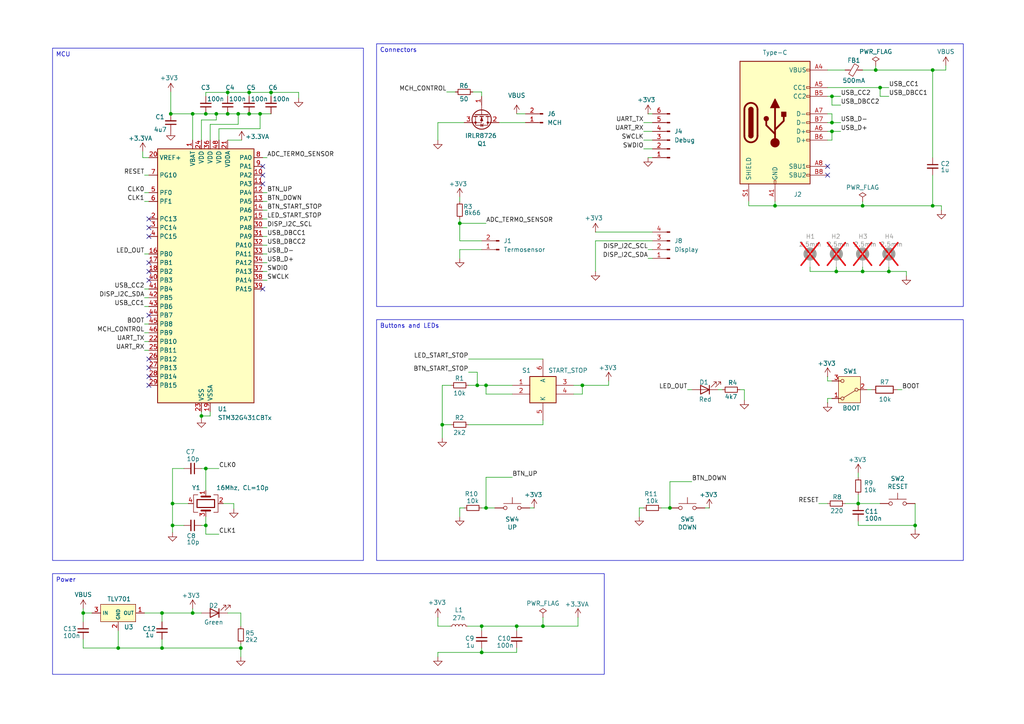
<source format=kicad_sch>
(kicad_sch (version 20231120) (generator "eeschema") (generator_version "8.0")
  (paper "A4")
  (lib_symbols
    (symbol "Connector:Conn_01x02_Pin" (pin_names (offset 1.016) hide)
      (property "Reference" "J" (at 0 2.54 0))
      (property "Value" "Conn_01x02_Pin" (at 0 -5.08 0))
      (symbol "Conn_01x02_Pin_1_1"
        (pin passive line (at 5.08 0 180) (length 3.81) (name "Pin_1") (number "1"))
        (pin passive line (at 5.08 -2.54 180) (length 3.81) (name "Pin_2") (number "2"))
      )
    )
    (symbol "Connector:Conn_01x04_Pin" (pin_names (offset 1.016) hide)
      (property "Reference" "J" (at 0 5.08 0))
      (property "Value" "Conn_01x04_Pin" (at 0 -7.62 0))
      (symbol "Conn_01x04_Pin_1_1"
        (pin passive line (at 5.08 2.54 180) (length 3.81) (name "Pin_1") (number "1"))
        (pin passive line (at 5.08 0 180) (length 3.81) (name "Pin_2") (number "2"))
        (pin passive line (at 5.08 -2.54 180) (length 3.81) (name "Pin_3") (number "3"))
        (pin passive line (at 5.08 -5.08 180) (length 3.81) (name "Pin_4") (number "4"))
      )
    )
    (symbol "Connector:Conn_01x06_Pin" (pin_names (offset 1.016) hide)
      (property "Reference" "J" (at 0 7.62 0))
      (property "Value" "Conn_01x06_Pin" (at 0 -10.16 0))
      (symbol "Conn_01x06_Pin_1_1"
        (pin passive line (at 5.08 5.08 180) (length 3.81) (name "Pin_1") (number "1"))
        (pin passive line (at 5.08 2.54 180) (length 3.81) (name "Pin_2") (number "2"))
        (pin passive line (at 5.08 0 180) (length 3.81) (name "Pin_3") (number "3"))
        (pin passive line (at 5.08 -2.54 180) (length 3.81) (name "Pin_4") (number "4"))
        (pin passive line (at 5.08 -5.08 180) (length 3.81) (name "Pin_5") (number "5"))
        (pin passive line (at 5.08 -7.62 180) (length 3.81) (name "Pin_6") (number "6"))
      )
    )
    (symbol "Connector:USB_C_Receptacle_USB2.0_16P" (pin_names (offset 1.016))
      (property "Reference" "J" (at 0 22.225 0))
      (property "Value" "USB_C_Receptacle_USB2.0_16P" (at 0 19.685 0))
      (symbol "USB_C_Receptacle_USB2.0_16P_1_1"
        (pin passive line (at 0 -22.86 90) (length 5.08) (name "GND") (number "A1"))
        (pin passive line (at 0 -22.86 90) (length 5.08) hide (name "GND") (number "A12"))
        (pin passive line (at 15.24 15.24 180) (length 5.08) (name "VBUS") (number "A4"))
        (pin bidirectional line (at 15.24 10.16 180) (length 5.08) (name "CC1") (number "A5"))
        (pin bidirectional line (at 15.24 -2.54 180) (length 5.08) (name "D+") (number "A6"))
        (pin bidirectional line (at 15.24 2.54 180) (length 5.08) (name "D-") (number "A7"))
        (pin bidirectional line (at 15.24 -12.7 180) (length 5.08) (name "SBU1") (number "A8"))
        (pin passive line (at 15.24 15.24 180) (length 5.08) hide (name "VBUS") (number "A9"))
        (pin passive line (at 0 -22.86 90) (length 5.08) hide (name "GND") (number "B1"))
        (pin passive line (at 0 -22.86 90) (length 5.08) hide (name "GND") (number "B12"))
        (pin passive line (at 15.24 15.24 180) (length 5.08) hide (name "VBUS") (number "B4"))
        (pin bidirectional line (at 15.24 7.62 180) (length 5.08) (name "CC2") (number "B5"))
        (pin bidirectional line (at 15.24 -5.08 180) (length 5.08) (name "D+") (number "B6"))
        (pin bidirectional line (at 15.24 0 180) (length 5.08) (name "D-") (number "B7"))
        (pin bidirectional line (at 15.24 -15.24 180) (length 5.08) (name "SBU2") (number "B8"))
        (pin passive line (at 15.24 15.24 180) (length 5.08) hide (name "VBUS") (number "B9"))
        (pin passive line (at -7.62 -22.86 90) (length 5.08) (name "SHIELD") (number "S1"))
      )
    )
    (symbol "Device:C_Small" (pin_numbers hide) (pin_names (offset 0.254) hide)
      (property "Reference" "C" (at 0.254 1.778 0))
      (property "Value" "C_Small" (at 0.254 -2.032 0))
      (symbol "C_Small_1_1"
        (pin passive line (at 0 2.54 270) (length 2.032) (name "~") (number "1"))
        (pin passive line (at 0 -2.54 90) (length 2.032) (name "~") (number "2"))
      )
    )
    (symbol "Device:Crystal_GND24" (pin_names (offset 1.016) hide)
      (property "Reference" "Y" (at 3.175 5.08 0))
      (property "Value" "Crystal_GND24" (at 3.175 3.175 0))
      (symbol "Crystal_GND24_1_1"
        (pin passive line (at -3.81 0 0) (length 1.27) (name "1") (number "1"))
        (pin passive line (at 0 5.08 270) (length 1.27) (name "2") (number "2"))
        (pin passive line (at 3.81 0 180) (length 1.27) (name "3") (number "3"))
        (pin passive line (at 0 -5.08 90) (length 1.27) (name "4") (number "4"))
      )
    )
    (symbol "Device:FerriteBead_Small" (pin_numbers hide) (pin_names (offset 0))
      (property "Reference" "FB" (at 1.905 1.27 0))
      (property "Value" "FerriteBead_Small" (at 1.905 -1.27 0))
      (symbol "FerriteBead_Small_1_1"
        (pin passive line (at 0 2.54 270) (length 1.27) (name "~") (number "1"))
        (pin passive line (at 0 -2.54 90) (length 1.27) (name "~") (number "2"))
      )
    )
    (symbol "Device:LED" (pin_numbers hide) (pin_names (offset 1.016) hide)
      (property "Reference" "D" (at 0 2.54 0))
      (property "Value" "LED" (at 0 -2.54 0))
      (symbol "LED_1_1"
        (pin passive line (at -3.81 0 0) (length 2.54) (name "K") (number "1"))
        (pin passive line (at 3.81 0 180) (length 2.54) (name "A") (number "2"))
      )
    )
    (symbol "Device:L_Small" (pin_numbers hide) (pin_names (offset 0.254) hide)
      (property "Reference" "L" (at 0.762 1.016 0))
      (property "Value" "L_Small" (at 0.762 -1.016 0))
      (symbol "L_Small_1_1"
        (pin passive line (at 0 2.54 270) (length 0.508) (name "~") (number "1"))
        (pin passive line (at 0 -2.54 90) (length 0.508) (name "~") (number "2"))
      )
    )
    (symbol "Device:R" (pin_numbers hide) (pin_names (offset 0))
      (property "Reference" "R" (at 2.032 0 90))
      (property "Value" "R" (at 0 0 90))
      (symbol "R_1_1"
        (pin passive line (at 0 3.81 270) (length 1.27) (name "~") (number "1"))
        (pin passive line (at 0 -3.81 90) (length 1.27) (name "~") (number "2"))
      )
    )
    (symbol "Device:R_Small" (pin_numbers hide) (pin_names (offset 0.254) hide)
      (property "Reference" "R" (at 0.762 0.508 0))
      (property "Value" "R_Small" (at 0.762 -1.016 0))
      (symbol "R_Small_1_1"
        (pin passive line (at 0 2.54 270) (length 0.762) (name "~") (number "1"))
        (pin passive line (at 0 -2.54 90) (length 0.762) (name "~") (number "2"))
      )
    )
    (symbol "GND_1" (power) (pin_numbers hide) (pin_names (offset 0) hide)
      (property "Value" "GND" (at 0 -3.81 0))
      (symbol "GND_1_1_1"
        (pin power_in line (at 0 0 270) (length 0) (name "~") (number "1"))
      )
    )
    (symbol "MCU_ST_STM32G4:STM32G431C6Tx"
      (property "Reference" "U" (at -12.7 39.37 0))
      (property "Value" "STM32G431C6Tx" (at 10.16 39.37 0))
      (symbol "STM32G431C6Tx_1_1"
        (pin power_in line (at -2.54 40.64 270) (length 2.54) (name "VBAT") (number "1"))
        (pin bidirectional line (at 17.78 30.48 180) (length 2.54) (name "PA2") (number "10"))
        (pin bidirectional line (at 17.78 27.94 180) (length 2.54) (name "PA3") (number "11"))
        (pin bidirectional line (at 17.78 25.4 180) (length 2.54) (name "PA4") (number "12"))
        (pin bidirectional line (at 17.78 22.86 180) (length 2.54) (name "PA5") (number "13"))
        (pin bidirectional line (at 17.78 20.32 180) (length 2.54) (name "PA6") (number "14"))
        (pin bidirectional line (at 17.78 17.78 180) (length 2.54) (name "PA7") (number "15"))
        (pin bidirectional line (at -15.24 7.62 0) (length 2.54) (name "PB0") (number "16"))
        (pin bidirectional line (at -15.24 5.08 0) (length 2.54) (name "PB1") (number "17"))
        (pin bidirectional line (at -15.24 2.54 0) (length 2.54) (name "PB2") (number "18"))
        (pin power_in line (at 2.54 -38.1 90) (length 2.54) (name "VSSA") (number "19"))
        (pin bidirectional line (at -15.24 17.78 0) (length 2.54) (name "PC13") (number "2"))
        (pin input line (at -15.24 35.56 0) (length 2.54) (name "VREF+") (number "20"))
        (pin power_in line (at 7.62 40.64 270) (length 2.54) (name "VDDA") (number "21"))
        (pin bidirectional line (at -15.24 -17.78 0) (length 2.54) (name "PB10") (number "22"))
        (pin power_in line (at 0 -38.1 90) (length 2.54) (name "VSS") (number "23"))
        (pin power_in line (at 0 40.64 270) (length 2.54) (name "VDD") (number "24"))
        (pin bidirectional line (at -15.24 -20.32 0) (length 2.54) (name "PB11") (number "25"))
        (pin bidirectional line (at -15.24 -22.86 0) (length 2.54) (name "PB12") (number "26"))
        (pin bidirectional line (at -15.24 -25.4 0) (length 2.54) (name "PB13") (number "27"))
        (pin bidirectional line (at -15.24 -27.94 0) (length 2.54) (name "PB14") (number "28"))
        (pin bidirectional line (at -15.24 -30.48 0) (length 2.54) (name "PB15") (number "29"))
        (pin bidirectional line (at -15.24 15.24 0) (length 2.54) (name "PC14") (number "3"))
        (pin bidirectional line (at 17.78 15.24 180) (length 2.54) (name "PA8") (number "30"))
        (pin bidirectional line (at 17.78 12.7 180) (length 2.54) (name "PA9") (number "31"))
        (pin bidirectional line (at 17.78 10.16 180) (length 2.54) (name "PA10") (number "32"))
        (pin bidirectional line (at 17.78 7.62 180) (length 2.54) (name "PA11") (number "33"))
        (pin bidirectional line (at 17.78 5.08 180) (length 2.54) (name "PA12") (number "34"))
        (pin passive line (at 0 -38.1 90) (length 2.54) hide (name "VSS") (number "35"))
        (pin power_in line (at 2.54 40.64 270) (length 2.54) (name "VDD") (number "36"))
        (pin bidirectional line (at 17.78 2.54 180) (length 2.54) (name "PA13") (number "37"))
        (pin bidirectional line (at 17.78 0 180) (length 2.54) (name "PA14") (number "38"))
        (pin bidirectional line (at 17.78 -2.54 180) (length 2.54) (name "PA15") (number "39"))
        (pin bidirectional line (at -15.24 12.7 0) (length 2.54) (name "PC15") (number "4"))
        (pin bidirectional line (at -15.24 0 0) (length 2.54) (name "PB3") (number "40"))
        (pin bidirectional line (at -15.24 -2.54 0) (length 2.54) (name "PB4") (number "41"))
        (pin bidirectional line (at -15.24 -5.08 0) (length 2.54) (name "PB5") (number "42"))
        (pin bidirectional line (at -15.24 -7.62 0) (length 2.54) (name "PB6") (number "43"))
        (pin bidirectional line (at -15.24 -10.16 0) (length 2.54) (name "PB7") (number "44"))
        (pin bidirectional line (at -15.24 -12.7 0) (length 2.54) (name "PB8") (number "45"))
        (pin bidirectional line (at -15.24 -15.24 0) (length 2.54) (name "PB9") (number "46"))
        (pin passive line (at 0 -38.1 90) (length 2.54) hide (name "VSS") (number "47"))
        (pin power_in line (at 5.08 40.64 270) (length 2.54) (name "VDD") (number "48"))
        (pin bidirectional line (at -15.24 25.4 0) (length 2.54) (name "PF0") (number "5"))
        (pin bidirectional line (at -15.24 22.86 0) (length 2.54) (name "PF1") (number "6"))
        (pin bidirectional line (at -15.24 30.48 0) (length 2.54) (name "PG10") (number "7"))
        (pin bidirectional line (at 17.78 35.56 180) (length 2.54) (name "PA0") (number "8"))
        (pin bidirectional line (at 17.78 33.02 180) (length 2.54) (name "PA1") (number "9"))
      )
    )
    (symbol "Mechanical:MountingHole_Pad" (pin_numbers hide) (pin_names (offset 1.016) hide)
      (property "Reference" "H" (at 0 6.35 0))
      (property "Value" "MountingHole_Pad" (at 0 4.445 0))
      (symbol "MountingHole_Pad_1_1"
        (pin input line (at 0 -2.54 90) (length 2.54) (name "1") (number "1"))
      )
    )
    (symbol "Regulator_Linear:TLV70133DBVRM3"
      (property "Reference" "U" (at 1.27 -3.81 0))
      (symbol "TLV70133DBVRM3_1_1"
        (pin power_out line (at 7.62 0 180) (length 2.54) (name "OUT") (number "1"))
        (pin power_in line (at 0 -5.08 90) (length 2.54) (name "GND") (number "2"))
        (pin power_in line (at -7.62 0 0) (length 2.54) (name "IN") (number "3"))
      )
    )
    (symbol "Switch:SW_Push" (pin_numbers hide) (pin_names (offset 1.016) hide)
      (property "Reference" "SW" (at 1.27 2.54 0))
      (property "Value" "SW_Push" (at 0 -1.524 0))
      (symbol "SW_Push_0_1"
        (pin passive line (at -5.08 0 0) (length 2.54) (name "1") (number "1"))
        (pin passive line (at 5.08 0 180) (length 2.54) (name "2") (number "2"))
      )
    )
    (symbol "Switch:SW_SPDT" (pin_names (offset 0) hide)
      (property "Reference" "SW" (at 0 5.08 0))
      (property "Value" "SW_SPDT" (at 0 -5.08 0))
      (symbol "SW_SPDT_1_1"
        (pin passive line (at 5.08 2.54 180) (length 2.54) (name "A") (number "1"))
        (pin passive line (at -5.08 0 0) (length 2.54) (name "B") (number "2"))
        (pin passive line (at 5.08 -2.54 180) (length 2.54) (name "C") (number "3"))
      )
    )
    (symbol "TL1250F180GQRCLR:TL1250F180GQRCLR"
      (property "Reference" "S1" (at 9.144 5.842 0))
      (property "Value" "START_STOP" (at 16.764 5.588 0))
      (symbol "TL1250F180GQRCLR_1_1"
        (pin passive line (at 6.35 1.27 0) (length 5.08) (name "") (number "1"))
        (pin passive line (at 6.35 -1.27 0) (length 5.08) (name "") (number "2"))
        (pin passive line (at 24.13 1.27 180) (length 5.08) (name "") (number "3"))
        (pin passive line (at 24.13 -1.27 180) (length 5.08) (name "") (number "4"))
        (pin passive line (at 15.24 -8.89 90) (length 5.08) (name "K") (number "5"))
        (pin passive line (at 15.24 8.89 270) (length 5.08) (name "A") (number "6"))
      )
    )
    (symbol "Transistor_FET:IRLR8726" (pin_names hide)
      (property "Reference" "Q1" (at -5.842 -3.048 0))
      (property "Value" "IRLR8726" (at -8.89 -5.08 0))
      (symbol "IRLR8726_1_1"
        (pin input line (at -5.08 0 0) (length 2.54) (name "G") (number "1"))
        (pin passive line (at 2.54 5.08 270) (length 2.54) (name "D") (number "2"))
        (pin passive line (at 2.54 -5.08 90) (length 2.54) (name "S") (number "3"))
      )
    )
    (symbol "power:+3.3VA" (power) (pin_names (offset 0))
      (property "Value" "+3.3VA" (at 0 3.556 0))
      (symbol "+3.3VA_1_1"
        (pin power_in line (at 0 0 90) (length 0) hide (name "+3.3VA") (number "1"))
      )
    )
    (symbol "power:+3V3" (power) (pin_numbers hide) (pin_names (offset 0) hide)
      (property "Value" "+3V3" (at 0 3.556 0))
      (symbol "+3V3_1_1"
        (pin power_in line (at 0 0 90) (length 0) (name "~") (number "1"))
      )
    )
    (symbol "power:GND" (power) (pin_names (offset 0))
      (property "Value" "GND" (at 0 -3.81 0))
      (symbol "GND_1_1"
        (pin power_in line (at 0 0 270) (length 0) hide (name "GND") (number "1"))
      )
    )
    (symbol "power:PWR_FLAG" (power) (pin_numbers hide) (pin_names (offset 0) hide)
      (property "Value" "PWR_FLAG" (at 0 3.81 0))
      (symbol "PWR_FLAG_0_0"
        (pin power_out line (at 0 0 90) (length 0) (name "~") (number "1"))
      )
    )
    (symbol "power:VBUS" (power) (pin_names (offset 0))
      (property "Value" "VBUS" (at 0 3.81 0))
      (symbol "VBUS_1_1"
        (pin power_in line (at 0 0 90) (length 0) hide (name "VBUS") (number "1"))
      )
    )
  )
  (junction (at 59.69 33.02))
  (junction (at 257.81 78.74))
  (junction (at 139.7 181.61))
  (junction (at 140.97 111.76))
  (junction (at 59.69 152.4))
  (junction (at 55.88 33.02))
  (junction (at 241.3 35.56))
  (junction (at 59.69 135.89))
  (junction (at 250.19 59.69))
  (junction (at 72.263 33.02))
  (junction (at 254 20.32))
  (junction (at 34.29 187.96))
  (junction (at 50.038 146.05))
  (junction (at 49.53 33.02))
  (junction (at 50.038 152.4))
  (junction (at 248.92 146.05))
  (junction (at 242.57 78.74))
  (junction (at 194.31 147.32))
  (junction (at 55.88 177.8))
  (junction (at 24.13 177.8))
  (junction (at 128.27 123.19))
  (junction (at 133.35 64.77))
  (junction (at 139.7 189.23))
  (junction (at 149.86 181.61))
  (junction (at 168.91 111.76))
  (junction (at 78.613 26.797))
  (junction (at 265.43 152.4))
  (junction (at 58.42 120.65))
  (junction (at 75.438 33.02))
  (junction (at 140.97 147.32))
  (junction (at 46.99 177.8))
  (junction (at 46.99 187.96))
  (junction (at 224.79 59.69))
  (junction (at 157.48 181.61))
  (junction (at 255.27 25.4))
  (junction (at 270.51 59.69))
  (junction (at 69.85 187.96))
  (junction (at 69.088 33.02))
  (junction (at 66.04 33.02))
  (junction (at 270.51 20.32))
  (junction (at 66.04 26.797))
  (junction (at 138.43 111.76))
  (junction (at 72.263 26.797))
  (junction (at 62.738 33.02))
  (junction (at 241.3 38.1))
  (junction (at 241.3 27.94))
  (junction (at 250.19 78.74))
  (no_connect (at 43.18 76.2))
  (no_connect (at 76.2 50.8))
  (no_connect (at 43.18 81.28))
  (no_connect (at 43.18 104.14))
  (no_connect (at 43.18 111.76))
  (no_connect (at 240.03 50.8))
  (no_connect (at 43.18 109.22))
  (no_connect (at 76.2 48.26))
  (no_connect (at 240.03 48.26))
  (no_connect (at 76.2 83.82))
  (no_connect (at 43.18 78.74))
  (no_connect (at 43.18 66.04))
  (no_connect (at 76.2 53.34))
  (no_connect (at 43.18 68.58))
  (no_connect (at 43.18 63.5))
  (no_connect (at 43.18 91.44))
  (no_connect (at 43.18 106.68))
  (wire (pts (xy 240.03 115.57) (xy 241.3 115.57)))
  (wire (pts (xy 166.37 111.76) (xy 168.91 111.76)))
  (wire (pts (xy 128.27 123.19) (xy 128.27 127)))
  (wire (pts (xy 248.92 143.51) (xy 248.92 146.05)))
  (wire (pts (xy 59.69 135.89) (xy 59.69 142.24)))
  (wire (pts (xy 59.69 152.4) (xy 58.42 152.4)))
  (wire (pts (xy 34.29 187.96) (xy 24.13 187.96)))
  (wire (pts (xy 138.43 107.95) (xy 135.89 107.95)))
  (wire (pts (xy 46.99 187.96) (xy 34.29 187.96)))
  (wire (pts (xy 77.47 63.5) (xy 76.2 63.5)))
  (wire (pts (xy 140.97 138.43) (xy 140.97 147.32)))
  (wire (pts (xy 250.19 78.74) (xy 257.81 78.74)))
  (wire (pts (xy 250.19 58.42) (xy 250.19 59.69)))
  (wire (pts (xy 144.78 35.56) (xy 152.4 35.56)))
  (wire (pts (xy 257.81 25.4) (xy 255.27 25.4)))
  (wire (pts (xy 59.69 33.02) (xy 62.738 33.02)))
  (wire (pts (xy 240.03 35.56) (xy 241.3 35.56)))
  (wire (pts (xy 50.038 146.05) (xy 50.038 135.89)))
  (wire (pts (xy 58.42 119.38) (xy 58.42 120.65)))
  (wire (pts (xy 69.088 33.02) (xy 72.263 33.02)))
  (wire (pts (xy 248.92 146.05) (xy 245.11 146.05)))
  (wire (pts (xy 157.48 179.07) (xy 157.48 181.61)))
  (wire (pts (xy 248.92 137.16) (xy 248.92 138.43)))
  (wire (pts (xy 60.96 40.64) (xy 60.96 36.068)))
  (wire (pts (xy 41.91 177.8) (xy 46.99 177.8)))
  (wire (pts (xy 63.5 37.338) (xy 63.5 40.64)))
  (wire (pts (xy 59.69 26.797) (xy 66.04 26.797)))
  (wire (pts (xy 241.3 30.48) (xy 241.3 27.94)))
  (wire (pts (xy 133.35 72.39) (xy 139.7 72.39)))
  (wire (pts (xy 41.91 88.9) (xy 43.18 88.9)))
  (wire (pts (xy 215.9 113.03) (xy 214.63 113.03)))
  (wire (pts (xy 67.818 146.05) (xy 64.77 146.05)))
  (wire (pts (xy 139.7 181.61) (xy 149.86 181.61)))
  (wire (pts (xy 270.51 20.32) (xy 274.32 20.32)))
  (wire (pts (xy 63.5 37.338) (xy 75.438 37.338)))
  (wire (pts (xy 270.51 20.32) (xy 270.51 45.72)))
  (wire (pts (xy 240.03 33.02) (xy 241.3 33.02)))
  (wire (pts (xy 63.5 135.89) (xy 59.69 135.89)))
  (wire (pts (xy 265.43 153.67) (xy 265.43 152.4)))
  (wire (pts (xy 133.35 64.77) (xy 140.97 64.77)))
  (wire (pts (xy 234.95 77.47) (xy 234.95 78.74)))
  (wire (pts (xy 135.636 181.61) (xy 139.7 181.61)))
  (wire (pts (xy 254 19.05) (xy 254 20.32)))
  (wire (pts (xy 133.35 64.77) (xy 133.35 63.5)))
  (wire (pts (xy 168.91 111.76) (xy 176.53 111.76)))
  (wire (pts (xy 243.84 27.94) (xy 241.3 27.94)))
  (wire (pts (xy 77.47 60.96) (xy 76.2 60.96)))
  (wire (pts (xy 241.3 33.02) (xy 241.3 35.56)))
  (wire (pts (xy 217.17 58.42) (xy 217.17 59.69)))
  (wire (pts (xy 55.88 33.02) (xy 59.69 33.02)))
  (wire (pts (xy 274.32 20.32) (xy 274.32 19.05)))
  (wire (pts (xy 53.34 152.4) (xy 50.038 152.4)))
  (wire (pts (xy 167.64 179.07) (xy 167.64 181.61)))
  (wire (pts (xy 66.04 33.02) (xy 69.088 33.02)))
  (wire (pts (xy 135.89 123.19) (xy 157.48 123.19)))
  (wire (pts (xy 24.13 177.8) (xy 24.13 180.34)))
  (wire (pts (xy 41.402 45.72) (xy 41.402 43.942)))
  (wire (pts (xy 187.96 45.72) (xy 189.23 45.72)))
  (wire (pts (xy 240.03 116.84) (xy 240.03 115.57)))
  (wire (pts (xy 69.088 36.068) (xy 69.088 33.02)))
  (wire (pts (xy 60.96 120.65) (xy 58.42 120.65)))
  (wire (pts (xy 55.88 177.8) (xy 55.88 176.53)))
  (wire (pts (xy 128.27 123.19) (xy 130.81 123.19)))
  (wire (pts (xy 240.03 20.32) (xy 245.11 20.32)))
  (wire (pts (xy 59.69 152.4) (xy 59.69 154.94)))
  (wire (pts (xy 140.97 114.3) (xy 148.59 114.3)))
  (wire (pts (xy 149.86 182.88) (xy 149.86 181.61)))
  (wire (pts (xy 62.738 34.798) (xy 62.738 33.02)))
  (wire (pts (xy 41.91 99.06) (xy 43.18 99.06)))
  (wire (pts (xy 138.43 111.76) (xy 140.97 111.76)))
  (wire (pts (xy 191.77 147.32) (xy 194.31 147.32)))
  (wire (pts (xy 137.16 26.67) (xy 139.7 26.67)))
  (wire (pts (xy 241.3 40.64) (xy 241.3 38.1)))
  (wire (pts (xy 77.47 55.88) (xy 76.2 55.88)))
  (wire (pts (xy 46.99 177.8) (xy 55.88 177.8)))
  (wire (pts (xy 139.7 189.23) (xy 149.86 189.23)))
  (wire (pts (xy 129.54 26.67) (xy 132.08 26.67)))
  (wire (pts (xy 130.81 111.76) (xy 128.27 111.76)))
  (wire (pts (xy 60.96 119.38) (xy 60.96 120.65)))
  (wire (pts (xy 133.35 57.15) (xy 133.35 58.42)))
  (wire (pts (xy 41.91 86.36) (xy 43.18 86.36)))
  (wire (pts (xy 127 189.23) (xy 139.7 189.23)))
  (wire (pts (xy 41.91 83.82) (xy 43.18 83.82)))
  (wire (pts (xy 26.67 177.8) (xy 24.13 177.8)))
  (wire (pts (xy 187.96 33.02) (xy 189.23 33.02)))
  (wire (pts (xy 50.038 152.4) (xy 50.038 154.432)))
  (wire (pts (xy 41.91 93.98) (xy 43.18 93.98)))
  (wire (pts (xy 240.03 110.49) (xy 240.03 109.22)))
  (wire (pts (xy 250.19 20.32) (xy 254 20.32)))
  (wire (pts (xy 50.038 146.05) (xy 54.61 146.05)))
  (wire (pts (xy 58.42 34.798) (xy 62.738 34.798)))
  (wire (pts (xy 257.81 78.74) (xy 262.89 78.74)))
  (wire (pts (xy 75.438 33.02) (xy 72.263 33.02)))
  (wire (pts (xy 186.69 147.32) (xy 185.42 147.32)))
  (wire (pts (xy 242.57 77.47) (xy 242.57 78.74)))
  (wire (pts (xy 166.37 114.3) (xy 168.91 114.3)))
  (wire (pts (xy 153.67 147.32) (xy 154.94 147.32)))
  (wire (pts (xy 46.99 187.96) (xy 69.85 187.96)))
  (wire (pts (xy 138.43 111.76) (xy 138.43 107.95)))
  (wire (pts (xy 157.48 181.61) (xy 167.64 181.61)))
  (wire (pts (xy 261.62 113.03) (xy 260.35 113.03)))
  (wire (pts (xy 208.28 113.03) (xy 209.55 113.03)))
  (wire (pts (xy 248.92 151.13) (xy 248.92 152.4)))
  (wire (pts (xy 127 179.07) (xy 127 181.61)))
  (wire (pts (xy 69.85 177.8) (xy 69.85 181.61)))
  (wire (pts (xy 199.39 113.03) (xy 200.66 113.03)))
  (wire (pts (xy 24.13 185.42) (xy 24.13 187.96)))
  (wire (pts (xy 66.04 27.94) (xy 66.04 26.797)))
  (wire (pts (xy 77.47 68.58) (xy 76.2 68.58)))
  (wire (pts (xy 140.97 138.43) (xy 148.59 138.43)))
  (wire (pts (xy 140.97 147.32) (xy 143.51 147.32)))
  (wire (pts (xy 53.34 135.89) (xy 50.038 135.89)))
  (wire (pts (xy 273.05 59.69) (xy 270.51 59.69)))
  (wire (pts (xy 250.19 77.47) (xy 250.19 78.74)))
  (wire (pts (xy 172.72 69.85) (xy 189.23 69.85)))
  (wire (pts (xy 62.738 33.02) (xy 66.04 33.02)))
  (wire (pts (xy 66.04 177.8) (xy 69.85 177.8)))
  (wire (pts (xy 49.53 26.67) (xy 49.53 33.02)))
  (wire (pts (xy 273.05 59.69) (xy 273.05 60.96)))
  (wire (pts (xy 49.53 33.02) (xy 55.88 33.02)))
  (wire (pts (xy 133.35 74.93) (xy 133.35 72.39)))
  (wire (pts (xy 77.47 73.66) (xy 76.2 73.66)))
  (wire (pts (xy 77.47 58.42) (xy 76.2 58.42)))
  (wire (pts (xy 77.47 66.04) (xy 76.2 66.04)))
  (wire (pts (xy 127 189.23) (xy 127 190.5)))
  (wire (pts (xy 41.91 73.66) (xy 43.18 73.66)))
  (wire (pts (xy 86.614 26.797) (xy 86.614 28.448)))
  (wire (pts (xy 255.27 27.94) (xy 255.27 25.4)))
  (wire (pts (xy 75.438 33.02) (xy 75.438 37.338)))
  (wire (pts (xy 72.263 27.94) (xy 72.263 26.797)))
  (wire (pts (xy 248.92 152.4) (xy 265.43 152.4)))
  (wire (pts (xy 72.263 26.797) (xy 78.613 26.797)))
  (wire (pts (xy 133.35 69.85) (xy 139.7 69.85)))
  (wire (pts (xy 133.35 147.32) (xy 133.35 149.86)))
  (wire (pts (xy 135.89 111.76) (xy 138.43 111.76)))
  (wire (pts (xy 186.69 43.18) (xy 189.23 43.18)))
  (wire (pts (xy 140.97 111.76) (xy 148.59 111.76)))
  (wire (pts (xy 241.3 27.94) (xy 240.03 27.94)))
  (wire (pts (xy 70.104 40.64) (xy 66.04 40.64)))
  (wire (pts (xy 241.3 38.1) (xy 243.84 38.1)))
  (wire (pts (xy 67.818 147.574) (xy 67.818 146.05)))
  (wire (pts (xy 77.47 71.12) (xy 76.2 71.12)))
  (wire (pts (xy 187.96 74.93) (xy 189.23 74.93)))
  (wire (pts (xy 59.69 149.86) (xy 59.69 152.4)))
  (wire (pts (xy 77.47 45.72) (xy 76.2 45.72)))
  (wire (pts (xy 224.79 59.69) (xy 250.19 59.69)))
  (wire (pts (xy 204.47 147.32) (xy 205.74 147.32)))
  (wire (pts (xy 46.99 177.8) (xy 46.99 180.34)))
  (wire (pts (xy 257.81 78.74) (xy 257.81 77.47)))
  (wire (pts (xy 149.86 33.02) (xy 152.4 33.02)))
  (wire (pts (xy 24.13 176.53) (xy 24.13 177.8)))
  (wire (pts (xy 60.96 36.068) (xy 69.088 36.068)))
  (wire (pts (xy 55.88 33.02) (xy 55.88 40.64)))
  (wire (pts (xy 257.81 27.94) (xy 255.27 27.94)))
  (wire (pts (xy 134.62 35.56) (xy 127 35.56)))
  (wire (pts (xy 254 20.32) (xy 270.51 20.32)))
  (wire (pts (xy 41.91 55.88) (xy 43.18 55.88)))
  (wire (pts (xy 265.43 146.05) (xy 265.43 152.4)))
  (wire (pts (xy 270.51 59.69) (xy 270.51 50.8)))
  (wire (pts (xy 240.03 25.4) (xy 255.27 25.4)))
  (wire (pts (xy 240.03 38.1) (xy 241.3 38.1)))
  (wire (pts (xy 149.86 181.61) (xy 157.48 181.61)))
  (wire (pts (xy 69.85 187.96) (xy 69.85 186.69)))
  (wire (pts (xy 243.84 30.48) (xy 241.3 30.48)))
  (wire (pts (xy 127 181.61) (xy 130.556 181.61)))
  (wire (pts (xy 248.92 146.05) (xy 255.27 146.05)))
  (wire (pts (xy 55.88 177.8) (xy 58.42 177.8)))
  (wire (pts (xy 34.29 182.88) (xy 34.29 187.96)))
  (wire (pts (xy 140.97 111.76) (xy 140.97 114.3)))
  (wire (pts (xy 242.57 78.74) (xy 250.19 78.74)))
  (wire (pts (xy 240.03 110.49) (xy 241.3 110.49)))
  (wire (pts (xy 78.613 27.94) (xy 78.613 26.797)))
  (wire (pts (xy 133.35 69.85) (xy 133.35 64.77)))
  (wire (pts (xy 215.9 116.078) (xy 215.9 113.03)))
  (wire (pts (xy 77.47 78.74) (xy 76.2 78.74)))
  (wire (pts (xy 139.7 147.32) (xy 140.97 147.32)))
  (wire (pts (xy 46.99 185.42) (xy 46.99 187.96)))
  (wire (pts (xy 172.72 78.74) (xy 172.72 69.85)))
  (wire (pts (xy 237.49 146.05) (xy 240.03 146.05)))
  (wire (pts (xy 186.69 38.1) (xy 189.23 38.1)))
  (wire (pts (xy 127 35.56) (xy 127 40.64)))
  (wire (pts (xy 157.48 123.19) (xy 157.48 121.92)))
  (wire (pts (xy 172.72 67.31) (xy 189.23 67.31)))
  (wire (pts (xy 77.47 76.2) (xy 76.2 76.2)))
  (wire (pts (xy 66.04 26.797) (xy 72.263 26.797)))
  (wire (pts (xy 251.46 113.03) (xy 252.73 113.03)))
  (wire (pts (xy 186.69 40.64) (xy 189.23 40.64)))
  (wire (pts (xy 63.5 154.94) (xy 59.69 154.94)))
  (wire (pts (xy 240.03 40.64) (xy 241.3 40.64)))
  (wire (pts (xy 43.18 45.72) (xy 41.402 45.72)))
  (wire (pts (xy 69.85 187.96) (xy 69.85 190.5)))
  (wire (pts (xy 128.27 111.76) (xy 128.27 123.19)))
  (wire (pts (xy 78.613 33.02) (xy 75.438 33.02)))
  (wire (pts (xy 41.91 50.8) (xy 43.18 50.8)))
  (wire (pts (xy 77.47 81.28) (xy 76.2 81.28)))
  (wire (pts (xy 139.7 182.88) (xy 139.7 181.61)))
  (wire (pts (xy 58.42 40.64) (xy 58.42 34.798)))
  (wire (pts (xy 217.17 59.69) (xy 224.79 59.69)))
  (wire (pts (xy 262.89 78.74) (xy 262.89 80.01)))
  (wire (pts (xy 58.42 120.65) (xy 58.42 121.412)))
  (wire (pts (xy 186.69 35.56) (xy 189.23 35.56)))
  (wire (pts (xy 224.79 58.42) (xy 224.79 59.69)))
  (wire (pts (xy 134.62 147.32) (xy 133.35 147.32)))
  (wire (pts (xy 41.91 96.52) (xy 43.18 96.52)))
  (wire (pts (xy 187.96 72.39) (xy 189.23 72.39)))
  (wire (pts (xy 149.86 187.96) (xy 149.86 189.23)))
  (wire (pts (xy 241.3 35.56) (xy 243.84 35.56)))
  (wire (pts (xy 194.31 139.7) (xy 200.66 139.7)))
  (wire (pts (xy 234.95 78.74) (xy 242.57 78.74)))
  (wire (pts (xy 168.91 111.76) (xy 168.91 114.3)))
  (wire (pts (xy 157.48 104.14) (xy 135.89 104.14)))
  (wire (pts (xy 41.91 101.6) (xy 43.18 101.6)))
  (wire (pts (xy 139.7 187.96) (xy 139.7 189.23)))
  (wire (pts (xy 59.69 27.94) (xy 59.69 26.797)))
  (wire (pts (xy 176.53 111.76) (xy 176.53 110.49)))
  (wire (pts (xy 250.19 59.69) (xy 270.51 59.69)))
  (wire (pts (xy 41.91 58.42) (xy 43.18 58.42)))
  (wire (pts (xy 139.7 26.67) (xy 139.7 27.94)))
  (wire (pts (xy 194.31 139.7) (xy 194.31 147.32)))
  (wire (pts (xy 185.42 147.32) (xy 185.42 149.86)))
  (wire (pts (xy 59.69 135.89) (xy 58.42 135.89)))
  (wire (pts (xy 50.038 146.05) (xy 50.038 152.4)))
  (wire (pts (xy 86.614 26.797) (xy 78.613 26.797)))
  (text_box "Buttons and LEDs" (at 109.22 92.71 0) (size 170.18 69.85) (effects (font (size 1.27 1.27)) (justify left top)))
  (text_box "Power" (at 15.24 166.37 0) (size 160.02 29.21) (effects (font (size 1.27 1.27)) (justify left top)))
  (text_box "MCU" (at 15.24 13.97 0) (size 90.17 148.59) (effects (font (size 1.27 1.27)) (justify left top)))
  (text_box "Connectors" (at 109.22 12.7 0) (size 170.18 76.2) (effects (font (size 1.27 1.27)) (justify left top)))
  (label "USB_D-" (at 77.47 73.66 0))
  (label "USB_DBCC1" (at 77.47 68.58 0))
  (label "USB_DBCC1" (at 257.81 27.94 0))
  (label "BTN_START_STOP" (at 135.89 107.95 180))
  (label "SWDIO" (at 186.69 43.18 180))
  (label "USB_D-" (at 243.84 35.56 0))
  (label "UART_RX" (at 186.69 38.1 180))
  (label "RESET" (at 41.91 50.8 180))
  (label "SWDIO" (at 77.47 78.74 0))
  (label "BOOT" (at 261.62 113.03 0))
  (label "USB_DBCC2" (at 243.84 30.48 0))
  (label "MCH_CONTROL" (at 129.54 26.67 180))
  (label "LED_START_STOP" (at 77.47 63.5 0))
  (label "BTN_DOWN" (at 77.47 58.42 0))
  (label "ADC_TERMO_SENSOR" (at 140.97 64.77 0))
  (label "USB_D+" (at 77.47 76.2 0))
  (label "UART_RX" (at 41.91 101.6 180))
  (label "DISP_I2C_SDA" (at 41.91 86.36 180))
  (label "UART_TX" (at 41.91 99.06 180))
  (label "RESET" (at 237.49 146.05 180))
  (label "CLK1" (at 63.5 154.94 0))
  (label "USB_CC1" (at 257.81 25.4 0))
  (label "USB_CC2" (at 243.84 27.94 0))
  (label "BTN_START_STOP" (at 77.47 60.96 0))
  (label "MCH_CONTROL" (at 41.91 96.52 180))
  (label "SWCLK" (at 186.69 40.64 180))
  (label "DISP_I2C_SCL" (at 187.96 72.39 180))
  (label "USB_CC1" (at 41.91 88.9 180))
  (label "DISP_I2C_SCL" (at 77.47 66.04 0))
  (label "BTN_DOWN" (at 200.66 139.7 0))
  (label "LED_OUT" (at 199.39 113.03 180))
  (label "ADC_TERMO_SENSOR" (at 77.47 45.72 0))
  (label "USB_DBCC2" (at 77.47 71.12 0))
  (label "BTN_UP" (at 148.59 138.43 0))
  (label "USB_D+" (at 243.84 38.1 0))
  (label "CLK0" (at 63.5 135.89 0))
  (label "DISP_I2C_SDA" (at 187.96 74.93 180))
  (label "USB_CC2" (at 41.91 83.82 180))
  (label "BTN_UP" (at 77.47 55.88 0))
  (label "BOOT" (at 41.91 93.98 180))
  (label "CLK0" (at 41.91 55.88 180))
  (label "CLK1" (at 41.91 58.42 180))
  (label "LED_OUT" (at 41.91 73.66 180))
  (label "LED_START_STOP" (at 135.89 104.14 180))
  (label "UART_TX" (at 186.69 35.56 180))
  (label "SWCLK" (at 77.47 81.28 0))
  (symbol (lib_id "Mechanical:MountingHole_Pad") (at 242.57 74.93 0) (unit 1) (dnp yes)
    (property "Reference" "H2" (at 241.046 68.58 0) (effects (justify left)))
    (property "Value" "2.5mm" (at 239.776 70.866 0) (effects (justify left)))
    (property "Footprint" "MountingHole:MountingHole_2.5mm_Pad_Via" (effects (hide yes)))
  )
  (symbol (lib_id "MCU_ST_STM32G4:STM32G431C6Tx") (at 58.42 81.28 0) (unit 1)
    (property "Reference" "U1" (at 63.1541 118.618 0) (effects (justify left)))
    (property "Value" "STM32G431CBTx" (at 63.1541 121.158 0) (effects (justify left)))
    (property "Footprint" "Package_QFP:LQFP-48_7x7mm_P0.5mm" (effects (hide yes)))
    (property "Datasheet" "https://www.st.com/resource/en/datasheet/stm32g431c6.pdf" (effects (hide yes)))
    (property "Mouser Part Number" " 511-STM32G431CBT6" (effects (hide yes)))
  )
  (symbol (lib_id "Device:C_Small") (at 24.13 182.88 0) (unit 1)
    (property "Reference" "C13" (at 18.288 182.372 0) (effects (justify left)))
    (property "Value" "100n" (at 18.288 184.404 0) (effects (justify left)))
    (property "Footprint" "Capacitor_SMD:C_0805_2012Metric_Pad1.18x1.45mm_HandSolder" (effects (hide yes)))
    (property "Mouser Part Number" "187-CL21B104KACNNND" (effects (hide yes)))
  )
  (symbol (lib_id "power:GND") (at 273.05 60.96 0) (unit 1)
    (property "Reference" "#PWR019" (effects (hide yes)))
    (property "Value" "GND" (effects (hide yes)))
  )
  (symbol (lib_id "Switch:SW_Push") (at 199.39 147.32 0) (unit 1)
    (property "Reference" "SW5" (at 199.39 150.622 0))
    (property "Value" "DOWN" (at 199.39 152.9334 0))
    (property "Footprint" "Project components:PTS645VL582LFS" (effects (hide yes)))
    (property "Mouser Part Number" "611-PTS645VL582" (effects (hide yes)))
  )
  (symbol (lib_id "power:PWR_FLAG") (at 254 19.05 0) (unit 1)
    (property "Reference" "#FLG02" (effects (hide yes)))
    (property "Value" "PWR_FLAG" (at 254 14.986 0))
    (property "Description" "Special symbol for telling ERC where power comes from" (effects (hide yes)))
  )
  (symbol (lib_id "Device:R") (at 256.54 113.03 90) (unit 1)
    (property "Reference" "R7" (at 256.54 110.8456 90))
    (property "Value" "10k" (at 256.6924 115.824 90))
    (property "Footprint" "Resistor_SMD:R_0805_2012Metric_Pad1.20x1.40mm_HandSolder" (effects (hide yes)))
    (property "Mouser Part Number" "603-RC0805FR-1010KL" (effects (hide yes)))
  )
  (symbol (lib_id "Device:R_Small") (at 133.35 111.76 90) (unit 1)
    (property "Reference" "R1" (at 134.62 109.728 90) (effects (justify left)))
    (property "Value" "10k" (at 135.128 114.046 90) (effects (justify left)))
    (property "Footprint" "Resistor_SMD:R_0805_2012Metric_Pad1.20x1.40mm_HandSolder" (effects (hide yes)))
    (property "Mouser Part Number" "603-RC0805FR-1010KL" (effects (hide yes)))
  )
  (symbol (lib_id "power:VBUS") (at 24.13 176.53 0) (unit 1)
    (property "Reference" "#PWR023" (effects (hide yes)))
    (property "Value" "VBUS" (at 24.13 172.466 0))
  )
  (symbol (lib_id "Device:L_Small") (at 133.096 181.61 90) (unit 1)
    (property "Reference" "L1" (at 133.096 176.911 90))
    (property "Value" "27n" (at 133.096 179.2224 90))
    (property "Footprint" "Inductor_SMD:L_0805_2012Metric_Pad1.15x1.40mm_HandSolder" (effects (hide yes)))
    (property "Mouser Part Number" "652-CE201210-27NJ" (effects (hide yes)))
  )
  (symbol (lib_id "power:+3V3") (at 172.72 67.31 0) (unit 1)
    (property "Reference" "#PWR034" (effects (hide yes)))
    (property "Value" "+3V3" (at 172.212 63.246 0))
    (property "Description" "Power symbol creates a global label with name \"+3V3\"" (effects (hide yes)))
  )
  (symbol (lib_id "Device:C_Small") (at 46.99 182.88 180) (unit 1)
    (property "Reference" "C12" (at 45.212 182.372 0) (effects (justify left)))
    (property "Value" "1u" (at 44.704 184.15 0) (effects (justify left)))
    (property "Footprint" "Capacitor_SMD:C_0805_2012Metric_Pad1.18x1.45mm_HandSolder" (effects (hide yes)))
    (property "Mouser Part Number" "187-CL21B105KPFNNNE" (effects (hide yes)))
  )
  (symbol (lib_id "Device:C_Small") (at 55.88 135.89 270) (unit 1)
    (property "Reference" "C7" (at 53.848 131.064 90) (effects (justify left)))
    (property "Value" "10p" (at 54.102 133.096 90) (effects (justify left)))
    (property "Footprint" "Capacitor_SMD:C_0805_2012Metric_Pad1.18x1.45mm_HandSolder" (effects (hide yes)))
    (property "Mouser Part Number" "603-CC805JRNPO9BN100" (effects (hide yes)))
  )
  (symbol (lib_id "Device:R_Small") (at 248.92 140.97 0) (unit 1)
    (property "Reference" "R9" (at 250.571 140.081 0) (effects (justify left)))
    (property "Value" "10k" (at 250.571 142.113 0) (effects (justify left)))
    (property "Footprint" "Resistor_SMD:R_0805_2012Metric_Pad1.20x1.40mm_HandSolder" (effects (hide yes)))
    (property "Mouser Part Number" "603-RC0805FR-1010KL" (effects (hide yes)))
  )
  (symbol (lib_id "power:VBUS") (at 274.32 19.05 0) (unit 1)
    (property "Reference" "#PWR012" (effects (hide yes)))
    (property "Value" "VBUS" (at 274.32 14.986 0))
  )
  (symbol (lib_id "Device:LED") (at 62.23 177.8 180) (unit 1)
    (property "Reference" "D2" (at 60.579 175.641 0) (effects (justify right)))
    (property "Value" "Green" (at 59.182 180.467 0) (effects (justify right)))
    (property "Footprint" "LED_SMD:LED_0805_2012Metric_Pad1.15x1.40mm_HandSolder" (effects (hide yes)))
    (property "Mouser Part Number" "710-150080GS75000" (effects (hide yes)))
  )
  (symbol (lib_id "Device:R_Small") (at 134.62 26.67 90) (unit 1)
    (property "Reference" "R6" (at 135.89 24.892 90) (effects (justify left)))
    (property "Value" "50" (at 135.89 28.702 90) (effects (justify left)))
    (property "Footprint" "Resistor_SMD:R_0805_2012Metric_Pad1.20x1.40mm_HandSolder" (effects (hide yes)))
    (property "Mouser Part Number" "603-AC0805FR-07100RL" (effects (hide yes)))
  )
  (symbol (lib_id "Connector:Conn_01x02_Pin") (at 144.78 72.39 180) (unit 1)
    (property "Reference" "J1" (at 146.05 69.8499 0) (effects (justify right)))
    (property "Value" "Termosensor" (at 146.05 72.3899 0) (effects (justify right)))
    (property "Footprint" "Project components:234832E" (effects (hide yes)))
    (property "Description" "Generic connector, single row, 01x02, script generated" (effects (hide yes)))
    (property "Mouser Part Number" "305-234832" (effects (hide yes)))
  )
  (symbol (lib_id "Device:R_Small") (at 242.57 146.05 270) (unit 1)
    (property "Reference" "R8" (at 241.4524 144.1704 90) (effects (justify left)))
    (property "Value" "220" (at 240.792 148.1836 90) (effects (justify left)))
    (property "Footprint" "Resistor_SMD:R_0805_2012Metric_Pad1.20x1.40mm_HandSolder" (effects (hide yes)))
    (property "Mouser Part Number" "603-RT0805FRE07220RL" (effects (hide yes)))
  )
  (symbol (lib_id "power:+3V3") (at 205.74 147.32 0) (unit 1)
    (property "Reference" "#PWR030" (effects (hide yes)))
    (property "Value" "+3V3" (at 205.486 143.51 0))
    (property "Description" "Power symbol creates a global label with name \"+3V3\"" (effects (hide yes)))
  )
  (symbol (lib_id "Device:R_Small") (at 69.85 184.15 0) (unit 1)
    (property "Reference" "R5" (at 71.12 183.642 0) (effects (justify left)))
    (property "Value" "2k2" (at 71.12 185.547 0) (effects (justify left)))
    (property "Footprint" "Resistor_SMD:R_0805_2012Metric_Pad1.20x1.40mm_HandSolder" (effects (hide yes)))
    (property "Mouser Part Number" "603-RC0805FR-072K2L" (effects (hide yes)))
  )
  (symbol (lib_id "power:+3.3VA") (at 41.402 43.942 0) (mirror y) (unit 1)
    (property "Reference" "#PWR06" (effects (hide yes)))
    (property "Value" "+3.3VA" (at 44.196 40.132 0) (effects (justify left)))
  )
  (symbol (lib_id "power:GND") (at 127 190.5 0) (unit 1)
    (property "Reference" "#PWR015" (effects (hide yes)))
    (property "Value" "GND" (effects (hide yes)))
  )
  (symbol (lib_id "power:GND") (at 128.27 127 0) (unit 1)
    (property "Reference" "#PWR018" (effects (hide yes)))
    (property "Value" "GND" (effects (hide yes)))
  )
  (symbol (lib_name "GND_1") (lib_id "power:GND") (at 265.43 153.67 0) (mirror y) (unit 1)
    (property "Reference" "#PWR036" (effects (hide yes)))
    (property "Value" "GND" (effects (hide yes)))
    (property "Description" "Power symbol creates a global label with name \"GND\" , ground" (effects (hide yes)))
  )
  (symbol (lib_id "power:GND") (at 50.038 154.432 0) (unit 1)
    (property "Reference" "#PWR07" (effects (hide yes)))
    (property "Value" "GND" (effects (hide yes)))
  )
  (symbol (lib_id "Device:R_Small") (at 137.16 147.32 90) (unit 1)
    (property "Reference" "R10" (at 138.684 143.256 90) (effects (justify left)))
    (property "Value" "10k" (at 138.938 145.288 90) (effects (justify left)))
    (property "Footprint" "Resistor_SMD:R_0805_2012Metric_Pad1.20x1.40mm_HandSolder" (effects (hide yes)))
    (property "Mouser Part Number" "603-RC0805FR-1010KL" (effects (hide yes)))
  )
  (symbol (lib_id "power:VBUS") (at 149.86 33.02 0) (unit 1)
    (property "Reference" "#PWR021" (effects (hide yes)))
    (property "Value" "VBUS" (at 149.86 27.686 0))
  )
  (symbol (lib_id "power:+3.3VA") (at 70.104 40.64 0) (unit 1)
    (property "Reference" "#PWR03" (effects (hide yes)))
    (property "Value" "+3.3VA" (at 71.12 39.624 0) (effects (justify left)))
  )
  (symbol (lib_id "Mechanical:MountingHole_Pad") (at 234.95 74.93 0) (unit 1) (dnp yes)
    (property "Reference" "H1" (at 233.68 68.58 0) (effects (justify left)))
    (property "Value" "2.5mm" (at 231.648 70.866 0) (effects (justify left)))
    (property "Footprint" "MountingHole:MountingHole_2.5mm_Pad_Via" (effects (hide yes)))
  )
  (symbol (lib_id "Connector:USB_C_Receptacle_USB2.0_16P") (at 224.79 35.56 0) (unit 1)
    (property "Reference" "J2" (at 231.394 56.388 0))
    (property "Value" "Type-C" (at 224.79 15.24 0))
    (property "Footprint" "Connector_USB:USB_C_Receptacle_JAE_DX07S016JA1R1500" (effects (hide yes)))
    (property "Datasheet" "https://www.usb.org/sites/default/files/documents/usb_type-c.zip" (effects (hide yes)))
    (property "Description" "USB 2.0-only 16P Type-C Receptacle connector" (effects (hide yes)))
    (property "Mouser Part Number" "656-DX07S016JA1R1500" (effects (hide yes)))
  )
  (symbol (lib_id "power:+3V3") (at 176.53 110.49 0) (unit 1)
    (property "Reference" "#PWR011" (effects (hide yes)))
    (property "Value" "+3V3" (at 176.276 106.68 0))
    (property "Description" "Power symbol creates a global label with name \"+3V3\"" (effects (hide yes)))
  )
  (symbol (lib_id "power:+3.3VA") (at 167.64 179.07 0) (unit 1)
    (property "Reference" "#PWR016" (effects (hide yes)))
    (property "Value" "+3.3VA" (at 163.83 175.26 0) (effects (justify left)))
  )
  (symbol (lib_id "Regulator_Linear:TLV70133DBVRM3") (at 34.29 177.8 0) (unit 1)
    (property "Reference" "U3" (at 37.338 181.864 0))
    (property "Value" "TLV701" (at 34.544 173.736 0))
    (property "Footprint" "Package_TO_SOT_SMD:SOT-23-5_HandSoldering" (effects (hide yes)))
    (property "Datasheet" "https://www.ti.com/lit/ds/symlink/tlv701.pdf" (effects (hide yes)))
    (property "Mouser Part Number" "595-TLV70133DBVRM3" (effects (hide yes)))
  )
  (symbol (lib_id "Device:C_Small") (at 49.53 35.56 180) (unit 1)
    (property "Reference" "C1" (at 47.752 33.909 0) (effects (justify left)))
    (property "Value" "4u7" (at 48.387 37.592 0) (effects (justify left)))
    (property "Footprint" "Capacitor_SMD:C_0805_2012Metric_Pad1.18x1.45mm_HandSolder" (effects (hide yes)))
    (property "Mouser Part Number" "187-CL21A475KPFNNNF" (effects (hide yes)))
  )
  (symbol (lib_id "power:+3V3") (at 248.92 137.16 0) (unit 1)
    (property "Reference" "#PWR014" (effects (hide yes)))
    (property "Value" "+3V3" (at 248.666 133.35 0))
    (property "Description" "Power symbol creates a global label with name \"+3V3\"" (effects (hide yes)))
  )
  (symbol (lib_id "Device:C_Small") (at 55.88 152.4 270) (unit 1)
    (property "Reference" "C8" (at 54.102 155.448 90) (effects (justify left)))
    (property "Value" "10p" (at 54.102 157.226 90) (effects (justify left)))
    (property "Footprint" "Capacitor_SMD:C_0805_2012Metric_Pad1.18x1.45mm_HandSolder" (effects (hide yes)))
    (property "Mouser Part Number" "603-CC805JRNPO9BN100" (effects (hide yes)))
  )
  (symbol (lib_id "power:GND") (at 133.35 149.86 0) (unit 1)
    (property "Reference" "#PWR037" (effects (hide yes)))
    (property "Value" "GND" (effects (hide yes)))
  )
  (symbol (lib_id "Device:FerriteBead_Small") (at 247.65 20.32 90) (unit 1)
    (property "Reference" "FB1" (at 247.65 17.526 90))
    (property "Value" "500mA" (at 247.65 23.368 90))
    (property "Footprint" "Inductor_SMD:L_0805_2012Metric_Pad1.15x1.40mm_HandSolder" (effects (hide yes)))
    (property "Description" "Ferrite bead, small symbol" (effects (hide yes)))
    (property "Mouser Part Number" "652-MH2029-301Y" (effects (hide yes)))
  )
  (symbol (lib_id "power:GND") (at 58.42 121.412 0) (unit 1)
    (property "Reference" "#PWR05" (effects (hide yes)))
    (property "Value" "GND" (effects (hide yes)))
  )
  (symbol (lib_id "power:+3V3") (at 187.96 33.02 0) (unit 1)
    (property "Reference" "#PWR024" (effects (hide yes)))
    (property "Value" "+3V3" (at 187.452 28.956 0))
    (property "Description" "Power symbol creates a global label with name \"+3V3\"" (effects (hide yes)))
  )
  (symbol (lib_name "GND_1") (lib_id "power:GND") (at 240.03 116.84 0) (mirror y) (unit 1)
    (property "Reference" "#PWR032" (effects (hide yes)))
    (property "Value" "GND" (effects (hide yes)))
    (property "Description" "Power symbol creates a global label with name \"GND\" , ground" (effects (hide yes)))
  )
  (symbol (lib_id "Device:C_Small") (at 149.86 185.42 0) (unit 1)
    (property "Reference" "C10" (at 144.272 185.166 0) (effects (justify left)))
    (property "Value" "100n" (at 144.018 187.198 0) (effects (justify left)))
    (property "Footprint" "Capacitor_SMD:C_0805_2012Metric_Pad1.18x1.45mm_HandSolder" (effects (hide yes)))
    (property "Mouser Part Number" "187-CL21B104KACNNND" (effects (hide yes)))
  )
  (symbol (lib_id "power:GND") (at 49.53 38.1 0) (unit 1)
    (property "Reference" "#PWR02" (effects (hide yes)))
    (property "Value" "GND" (effects (hide yes)))
  )
  (symbol (lib_id "power:+3V3") (at 133.35 57.15 0) (unit 1)
    (property "Reference" "#PWR020" (effects (hide yes)))
    (property "Value" "+3V3" (at 132.842 53.34 0))
    (property "Description" "Power symbol creates a global label with name \"+3V3\"" (effects (hide yes)))
  )
  (symbol (lib_id "power:+3V3") (at 49.53 26.67 0) (unit 1)
    (property "Reference" "#PWR01" (effects (hide yes)))
    (property "Value" "+3V3" (at 49.022 22.606 0))
    (property "Description" "Power symbol creates a global label with name \"+3V3\"" (effects (hide yes)))
  )
  (symbol (lib_id "Device:LED") (at 204.47 113.03 180) (unit 1)
    (property "Reference" "D1" (at 202.819 110.871 0) (effects (justify right)))
    (property "Value" "Red" (at 202.692 115.824 0) (effects (justify right)))
    (property "Footprint" "LED_SMD:LED_0805_2012Metric_Pad1.15x1.40mm_HandSolder" (effects (hide yes)))
    (property "Mouser Part Number" "710-150080RS75000" (effects (hide yes)))
  )
  (symbol (lib_id "power:+3V3") (at 127 179.07 0) (unit 1)
    (property "Reference" "#PWR013" (effects (hide yes)))
    (property "Value" "+3V3" (at 126.746 174.752 0))
    (property "Description" "Power symbol creates a global label with name \"+3V3\"" (effects (hide yes)))
  )
  (symbol (lib_id "Device:R_Small") (at 212.09 113.03 90) (unit 1)
    (property "Reference" "R4" (at 213.868 110.998 90) (effects (justify left)))
    (property "Value" "4k7" (at 213.868 115.062 90) (effects (justify left)))
    (property "Footprint" "Resistor_SMD:R_0805_2012Metric_Pad1.20x1.40mm_HandSolder" (effects (hide yes)))
    (property "Mouser Part Number" "603-RC0805FR-074K7P" (effects (hide yes)))
  )
  (symbol (lib_id "power:GND") (at 215.9 116.078 0) (unit 1)
    (property "Reference" "#PWR022" (effects (hide yes)))
    (property "Value" "GND" (effects (hide yes)))
  )
  (symbol (lib_id "Device:R_Small") (at 133.35 60.96 0) (unit 1)
    (property "Reference" "R3" (at 134.366 59.944 0) (effects (justify left)))
    (property "Value" "8k66" (at 134.62 61.722 0) (effects (justify left)))
    (property "Footprint" "Resistor_SMD:R_0805_2012Metric_Pad1.20x1.40mm_HandSolder" (effects (hide yes)))
    (property "Mouser Part Number" "603-AC0805JR-073K3L" (effects (hide yes)))
  )
  (symbol (lib_id "power:PWR_FLAG") (at 250.19 58.42 0) (unit 1)
    (property "Reference" "#FLG03" (effects (hide yes)))
    (property "Value" "PWR_FLAG" (at 250.19 54.356 0))
    (property "Description" "Special symbol for telling ERC where power comes from" (effects (hide yes)))
  )
  (symbol (lib_id "Device:Crystal_GND24") (at 59.69 146.05 270) (unit 1)
    (property "Reference" "Y1" (at 56.896 141.478 90))
    (property "Value" "16Mhz, CL=10p" (at 70.358 141.478 90))
    (property "Footprint" "Crystal:Crystal_SMD_2016-4Pin_2.0x1.6mm" (effects (hide yes)))
    (property "Mouser Part Number" "81-XRCGB16M000FXN02R" (effects (hide yes)))
  )
  (symbol (lib_id "Connector:Conn_01x04_Pin") (at 194.31 72.39 180) (unit 1)
    (property "Reference" "J8" (at 195.58 69.8499 0) (effects (justify right)))
    (property "Value" "Display" (at 195.58 72.3899 0) (effects (justify right)))
    (property "Footprint" "Connector_PinHeader_2.54mm:PinHeader_1x04_P2.54mm_Horizontal" (effects (hide yes)))
    (property "Description" "Generic connector, single row, 01x04, script generated" (effects (hide yes)))
    (property "Mouser Part Number" "649-10027011-404HLF" (effects (hide yes)))
  )
  (symbol (lib_id "Switch:SW_Push") (at 148.59 147.32 0) (unit 1)
    (property "Reference" "SW4" (at 148.59 150.622 0))
    (property "Value" "UP" (at 148.59 152.9334 0))
    (property "Footprint" "Project components:PTS645VL582LFS" (effects (hide yes)))
    (property "Mouser Part Number" "611-PTS645VL582" (effects (hide yes)))
  )
  (symbol (lib_id "Device:C_Small") (at 248.92 148.59 0) (unit 1)
    (property "Reference" "C11" (at 250.825 148.336 0) (effects (justify left)))
    (property "Value" "100n" (at 250.825 150.368 0) (effects (justify left)))
    (property "Footprint" "Capacitor_SMD:C_0805_2012Metric_Pad1.18x1.45mm_HandSolder" (effects (hide yes)))
    (property "Mouser Part Number" "187-CL21B104KACNNND" (effects (hide yes)))
  )
  (symbol (lib_id "Device:R_Small") (at 189.23 147.32 90) (unit 1)
    (property "Reference" "R11" (at 190.754 143.256 90) (effects (justify left)))
    (property "Value" "10k" (at 191.008 145.288 90) (effects (justify left)))
    (property "Footprint" "Resistor_SMD:R_0805_2012Metric_Pad1.20x1.40mm_HandSolder" (effects (hide yes)))
    (property "Mouser Part Number" "603-RC0805FR-1010KL" (effects (hide yes)))
  )
  (symbol (lib_id "Connector:Conn_01x06_Pin") (at 194.31 40.64 180) (unit 1)
    (property "Reference" "J4" (at 195.58 38.0999 0) (effects (justify right)))
    (property "Value" "Debug" (at 195.58 40.6399 0) (effects (justify right)))
    (property "Footprint" "Connector_PinHeader_2.54mm:PinHeader_1x06_P2.54mm_Horizontal" (effects (hide yes)))
    (property "Description" "Generic connector, single row, 01x06, script generated" (effects (hide yes)))
    (property "Mouser Part Number" "649-1012937990604BLF" (effects (hide yes)))
  )
  (symbol (lib_id "power:+3V3") (at 55.88 176.53 0) (unit 1)
    (property "Reference" "#PWR09" (effects (hide yes)))
    (property "Value" "+3V3" (at 55.372 172.72 0))
    (property "Description" "Power symbol creates a global label with name \"+3V3\"" (effects (hide yes)))
  )
  (symbol (lib_id "TL1250F180GQRCLR:TL1250F180GQRCLR") (at 142.24 113.03 0) (unit 1)
    (property "Reference" "S1" (at 151.384 107.442 0) (effects (justify left)))
    (property "Value" "START_STOP" (at 159.004 107.442 0) (effects (justify left)))
    (property "Footprint" "Project components:TL1250F180GQRCLR" (effects (hide yes)))
    (property "Datasheet" "https://componentsearchengine.com/Datasheets/1/TL1250F180GQRCLR.pdf" (effects (hide yes)))
    (property "Description" "TACT, 50mA 12VDC, SPST-NO Off-(On), Through Hole, Right Angle PC Pin" (effects (hide yes)))
    (property "Height" "7.5" (effects (hide yes)))
    (property "Mouser Part Number" "612-TL1250F180GQRCLR" (effects (hide yes)))
    (property "Mouser Price/Stock" "https://www.mouser.com/Search/Refine.aspx?Keyword=612-TL1250F180GQRCLR" (effects (hide yes)))
    (property "Manufacturer_Name" "E-Switch" (effects (hide yes)))
    (property "Manufacturer_Part_Number" "TL1250F180GQRCLR" (effects (hide yes)))
  )
  (symbol (lib_id "power:GND") (at 185.42 149.86 0) (unit 1)
    (property "Reference" "#PWR038" (effects (hide yes)))
    (property "Value" "GND" (effects (hide yes)))
  )
  (symbol (lib_id "power:+3V3") (at 240.03 109.22 0) (unit 1)
    (property "Reference" "#PWR017" (effects (hide yes)))
    (property "Value" "+3V3" (at 239.776 105.41 0))
    (property "Description" "Power symbol creates a global label with name \"+3V3\"" (effects (hide yes)))
  )
  (symbol (lib_id "Switch:SW_Push") (at 260.35 146.05 0) (unit 1)
    (property "Reference" "SW2" (at 260.35 138.811 0))
    (property "Value" "RESET" (at 260.35 141.1224 0))
    (property "Footprint" "Project components:PTS645VL582LFS" (effects (hide yes)))
    (property "Mouser Part Number" "611-PTS645VH312" (effects (hide yes)))
  )
  (symbol (lib_id "Transistor_FET:IRLR8726") (at 139.7 33.02 270) (unit 1)
    (property "Reference" "Q1" (at 138.43 41.656 90) (effects (justify left)))
    (property "Value" "IRLR8726" (at 134.874 39.37 90) (effects (justify left)))
    (property "Footprint" "Package_TO_SOT_SMD:TO-252-2" (effects (hide yes)))
    (property "Datasheet" "https://www.infineon.com/dgdl/Infineon-IRLR8726-DataSheet-v01_01-EN.pdf?fileId=5546d462533600a40153567181dd26f7" (effects (hide yes)))
    (property "Mouser Part Number" "942-IRLR8726TRPBF" (effects (hide yes)))
  )
  (symbol (lib_id "Switch:SW_SPDT") (at 246.38 113.03 180) (unit 1)
    (property "Reference" "SW1" (at 246.634 107.696 0))
    (property "Value" "BOOT" (at 246.888 118.364 0))
    (property "Footprint" "Project components:SOT175P420X230-3N" (effects (hide yes)))
    (property "Description" "Switch, single pole double throw" (effects (hide yes)))
    (property "Mouser Part Number" "611-TDD01H0SB1R" (effects (hide yes)))
  )
  (symbol (lib_id "power:GND") (at 86.614 28.448 0) (unit 1)
    (property "Reference" "#PWR04" (effects (hide yes)))
    (property "Value" "GND" (effects (hide yes)))
  )
  (symbol (lib_id "power:PWR_FLAG") (at 157.48 179.07 0) (unit 1)
    (property "Reference" "#FLG04" (effects (hide yes)))
    (property "Value" "PWR_FLAG" (at 157.48 175.006 0))
    (property "Description" "Special symbol for telling ERC where power comes from" (effects (hide yes)))
  )
  (symbol (lib_id "Device:C_Small") (at 78.613 30.48 180) (unit 1)
    (property "Reference" "C6" (at 80.518 25.4 0) (effects (justify left)))
    (property "Value" "100n" (at 84.074 28.702 0) (effects (justify left)))
    (property "Footprint" "Capacitor_SMD:C_0805_2012Metric_Pad1.18x1.45mm_HandSolder" (effects (hide yes)))
    (property "Mouser Part Number" "187-CL21B104KACNNND" (effects (hide yes)))
  )
  (symbol (lib_id "Device:C_Small") (at 59.69 30.48 180) (unit 1)
    (property "Reference" "C3" (at 60.96 25.4 0) (effects (justify left)))
    (property "Value" "100n" (at 65.024 28.702 0) (effects (justify left)))
    (property "Footprint" "Capacitor_SMD:C_0805_2012Metric_Pad1.18x1.45mm_HandSolder" (effects (hide yes)))
    (property "Mouser Part Number" "187-CL21B104KACNNND" (effects (hide yes)))
  )
  (symbol (lib_id "power:+3V3") (at 154.94 147.32 0) (unit 1)
    (property "Reference" "#PWR027" (effects (hide yes)))
    (property "Value" "+3V3" (at 154.686 143.51 0))
    (property "Description" "Power symbol creates a global label with name \"+3V3\"" (effects (hide yes)))
  )
  (symbol (lib_id "Mechanical:MountingHole_Pad") (at 257.81 74.93 0) (unit 1) (dnp yes)
    (property "Reference" "H4" (at 256.54 68.58 0) (effects (justify left)))
    (property "Value" "2.5mm" (at 255.27 70.866 0) (effects (justify left)))
    (property "Footprint" "MountingHole:MountingHole_2.5mm_Pad_Via" (effects (hide yes)))
  )
  (symbol (lib_id "Connector:Conn_01x02_Pin") (at 157.48 35.56 180) (unit 1)
    (property "Reference" "J6" (at 158.75 33.0199 0) (effects (justify right)))
    (property "Value" "MCH" (at 158.75 35.5599 0) (effects (justify right)))
    (property "Footprint" "Project components:Conn_66100211722" (effects (hide yes)))
    (property "Description" "Generic connector, single row, 01x02, script generated" (effects (hide yes)))
    (property "Mouser Part Number" "710-66100211722" (effects (hide yes)))
  )
  (symbol (lib_id "Device:C_Small") (at 139.7 185.42 0) (unit 1)
    (property "Reference" "C9" (at 134.874 185.166 0) (effects (justify left)))
    (property "Value" "1u" (at 135.128 187.198 0) (effects (justify left)))
    (property "Footprint" "Capacitor_SMD:C_0805_2012Metric_Pad1.18x1.45mm_HandSolder" (effects (hide yes)))
    (property "Mouser Part Number" "187-CL21B105KPFNNNE" (effects (hide yes)))
  )
  (symbol (lib_id "Device:R_Small") (at 133.35 123.19 90) (unit 1)
    (property "Reference" "R2" (at 134.62 121.158 90) (effects (justify left)))
    (property "Value" "2k2" (at 135.128 125.476 90) (effects (justify left)))
    (property "Footprint" "Resistor_SMD:R_0805_2012Metric_Pad1.20x1.40mm_HandSolder" (effects (hide yes)))
    (property "Mouser Part Number" "603-RC0805FR-072K2L" (effects (hide yes)))
  )
  (symbol (lib_id "power:GND") (at 187.96 45.72 0) (unit 1)
    (property "Reference" "#PWR025" (effects (hide yes)))
    (property "Value" "GND" (effects (hide yes)))
  )
  (symbol (lib_id "Mechanical:MountingHole_Pad") (at 250.19 74.93 0) (unit 1) (dnp yes)
    (property "Reference" "H3" (at 248.92 68.58 0) (effects (justify left)))
    (property "Value" "2.5mm" (at 247.65 70.866 0) (effects (justify left)))
    (property "Footprint" "MountingHole:MountingHole_2.5mm_Pad_Via" (effects (hide yes)))
  )
  (symbol (lib_id "power:GND") (at 262.89 80.01 0) (unit 1)
    (property "Reference" "#PWR010" (effects (hide yes)))
    (property "Value" "GND" (effects (hide yes)))
  )
  (symbol (lib_id "power:GND") (at 67.818 147.574 0) (unit 1)
    (property "Reference" "#PWR08" (effects (hide yes)))
    (property "Value" "GND" (effects (hide yes)))
  )
  (symbol (lib_id "power:GND") (at 127 40.64 0) (unit 1)
    (property "Reference" "#PWR028" (effects (hide yes)))
    (property "Value" "GND" (effects (hide yes)))
  )
  (symbol (lib_id "Device:C_Small") (at 72.263 30.48 180) (unit 1)
    (property "Reference" "C5" (at 74.168 25.4 0) (effects (justify left)))
    (property "Value" "100n" (at 77.724 28.702 0) (effects (justify left)))
    (property "Footprint" "Capacitor_SMD:C_0805_2012Metric_Pad1.18x1.45mm_HandSolder" (effects (hide yes)))
    (property "Mouser Part Number" "187-CL21B104KACNNND" (effects (hide yes)))
  )
  (symbol (lib_id "power:GND") (at 172.72 78.74 0) (unit 1)
    (property "Reference" "#PWR031" (effects (hide yes)))
    (property "Value" "GND" (effects (hide yes)))
  )
  (symbol (lib_id "power:GND") (at 133.35 74.93 0) (mirror y) (unit 1)
    (property "Reference" "#PWR029" (effects (hide yes)))
    (property "Value" "GND" (effects (hide yes)))
  )
  (symbol (lib_id "Device:C_Small") (at 270.51 48.26 0) (unit 1)
    (property "Reference" "C2" (at 272.796 47.498 0) (effects (justify left)))
    (property "Value" "1u" (at 272.796 49.276 0) (effects (justify left)))
    (property "Footprint" "Capacitor_SMD:C_0805_2012Metric_Pad1.18x1.45mm_HandSolder" (effects (hide yes)))
    (property "Mouser Part Number" "187-CL21B105MBFNNNE" (effects (hide yes)))
  )
  (symbol (lib_id "power:GND") (at 69.85 190.5 0) (unit 1)
    (property "Reference" "#PWR026" (effects (hide yes)))
    (property "Value" "GND" (effects (hide yes)))
  )
  (symbol (lib_id "Device:C_Small") (at 66.04 30.48 180) (unit 1)
    (property "Reference" "C4" (at 68.072 25.4 0) (effects (justify left)))
    (property "Value" "100n" (at 71.374 28.702 0) (effects (justify left)))
    (property "Footprint" "Capacitor_SMD:C_0805_2012Metric_Pad1.18x1.45mm_HandSolder" (effects (hide yes)))
    (property "Mouser Part Number" "187-CL21B104KACNNND" (effects (hide yes)))
  )
)
</source>
